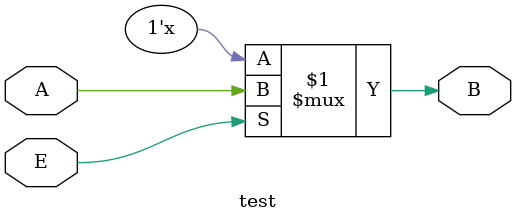
<source format=v>
module test (
    input  A,
    input  E,
    output B
);

    assign B = E ? A : 1'bz;

endmodule

</source>
